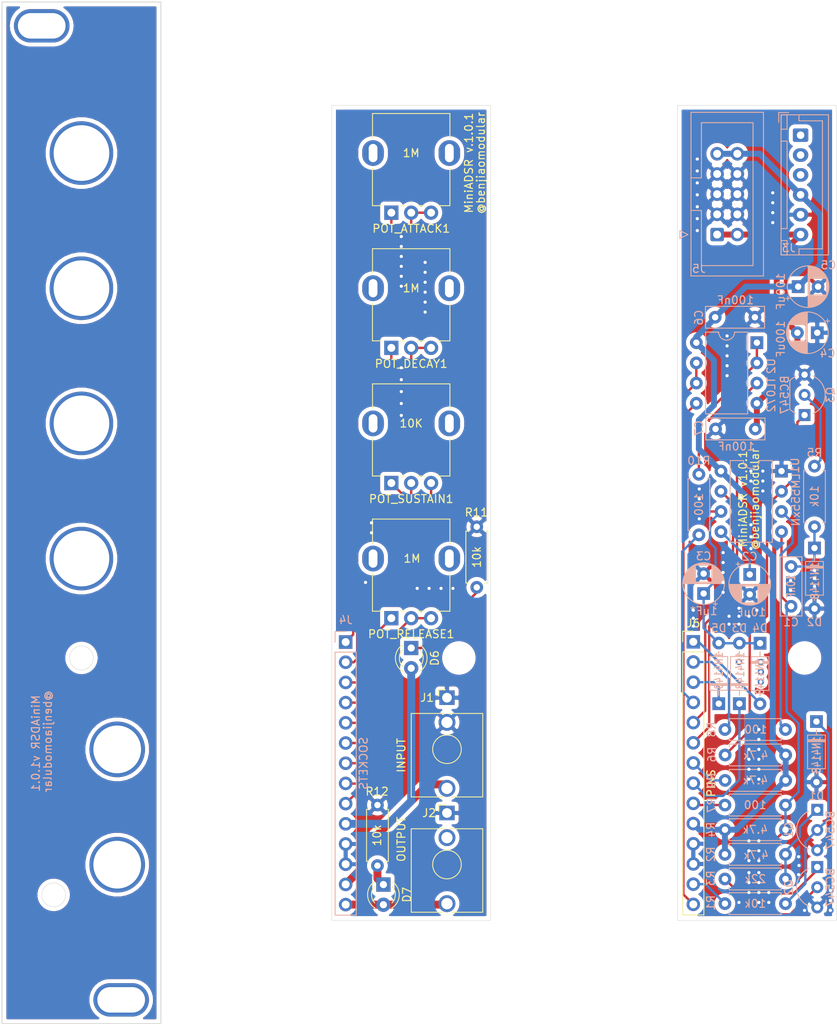
<source format=kicad_pcb>
(kicad_pcb (version 20171130) (host pcbnew 5.1.9+dfsg1-1~bpo10+1)
  (layers (0 F.Cu signal) (31 B.Cu signal) (34 B.Paste user hide) (35 F.Paste user hide) (36 B.SilkS user) (37 F.SilkS user) (38 B.Mask user) (39 F.Mask user) (44 Edge.Cuts user))
  (net 0 "")
  (net 1 "Net-(C1-Pad1)")
  (net 2 "Net-(C1-Pad2)")
  (net 3 "Net-(C2-Pad1)")
  (net 4 GND2)
  (net 5 "Net-(C3-Pad1)")
  (net 6 +12V)
  (net 7 -12V)
  (net 8 "Net-(D1-Pad1)")
  (net 9 "Net-(Q1-Pad1)")
  (net 10 "Net-(Q2-Pad2)")
  (net 11 "Net-(Q3-Pad2)")
  (net 12 "Net-(Q3-Pad1)")
  (net 13 "Net-(R8-Pad1)")
  (net 14 "Net-(R10-Pad1)")
  (net 15 "Net-(D6-Pad1)")
  (net 16 "Net-(D7-Pad1)")
  (net 17 B4)
  (net 18 B5)
  (net 19 A_VCC)
  (net 20 A2)
  (net 21 GND1)
  (net 22 A1)
  (net 23 A3)
  (net 24 A4)
  (net 25 A5)
  (net 26 A6)
  (net 27 A7)
  (net 28 A8)
  (net 29 A9)
  (net 30 B1)
  (net 31 B2)
  (net 32 B3)
  (net 33 B6)
  (net 34 B7)
  (net 35 B8)
  (net 36 B9)
  (net 37 A10)
  (net 38 B10)
  (net 39 A11)
  (net 40 B11)
  (module Connector_IDC:IDC-Header_2x05_P2.54mm_Vertical (layer B.Cu) (at 140 69.25)
    (fp_text reference J5 (at -2.3 4.3) (layer B.SilkS) (effects (justify mirror)))
    (fp_text value IDC_BUS)
    (pad 1 thru_hole roundrect (at 0 0) (size 1.7 1.7) (drill 1) (layers *.Cu *.Mask) (roundrect_rratio 0.1470588235294118) (net 7 -12V))
    (pad 3 thru_hole circle (at 0 -2.54) (size 1.7 1.7) (drill 1) (layers *.Cu *.Mask) (net 4 GND2))
    (pad 5 thru_hole circle (at 0 -5.08) (size 1.7 1.7) (drill 1) (layers *.Cu *.Mask) (net 4 GND2))
    (pad 7 thru_hole circle (at 0 -7.62) (size 1.7 1.7) (drill 1) (layers *.Cu *.Mask) (net 4 GND2))
    (pad 9 thru_hole circle (at 0 -10.16) (size 1.7 1.7) (drill 1) (layers *.Cu *.Mask) (net 6 +12V))
    (pad 2 thru_hole circle (at 2.54 0) (size 1.7 1.7) (drill 1) (layers *.Cu *.Mask) (net 7 -12V))
    (pad 4 thru_hole circle (at 2.54 -2.54) (size 1.7 1.7) (drill 1) (layers *.Cu *.Mask) (net 4 GND2))
    (pad 6 thru_hole circle (at 2.54 -5.08) (size 1.7 1.7) (drill 1) (layers *.Cu *.Mask) (net 4 GND2))
    (pad 8 thru_hole circle (at 2.54 -7.62) (size 1.7 1.7) (drill 1) (layers *.Cu *.Mask) (net 4 GND2))
    (pad 10 thru_hole circle (at 2.54 -10.16) (size 1.7 1.7) (drill 1) (layers *.Cu *.Mask) (net 6 +12V))
  )
  (module Connector_JST:JST_XH_B6B-XH-A_1x06_P2.50mm_Vertical (layer B.Cu) (at 150.5 56.75 270)
    (fp_text reference J3 (at 14.2 1.5) (layer B.SilkS) (effects (justify mirror)))
    (fp_text value JST_BUS)
    (pad 1 thru_hole roundrect (at 0 0 270) (size 1.7 1.95) (drill 0.95) (layers *.Cu *.Mask) (roundrect_rratio 0.1470588235294118))
    (pad 2 thru_hole oval (at 2.5 0 270) (size 1.7 1.95) (drill 0.95) (layers *.Cu *.Mask))
    (pad 3 thru_hole oval (at 5 0 270) (size 1.7 1.95) (drill 0.95) (layers *.Cu *.Mask))
    (pad 4 thru_hole oval (at 7.5 0 270) (size 1.7 1.95) (drill 0.95) (layers *.Cu *.Mask) (net 6 +12V))
    (pad 5 thru_hole oval (at 10 0 270) (size 1.7 1.95) (drill 0.95) (layers *.Cu *.Mask) (net 4 GND2))
    (pad 6 thru_hole oval (at 12.5 0 270) (size 1.7 1.95) (drill 0.95) (layers *.Cu *.Mask) (net 7 -12V))
  )
  (module Resistor_THT:R_Axial_DIN0207_L6.3mm_D2.5mm_P7.62mm_Horizontal (layer B.Cu) (at 148.6 141 180)
    (fp_text reference R7 (at 9.3 0 270) (layer B.SilkS) (effects (justify mirror)))
    (fp_text value 100 (at 3.81 0) (layer B.SilkS) (effects (justify mirror)))
    (pad 1 thru_hole circle (at 0 0 180) (size 1.6 1.6) (drill 0.8) (layers *.Cu *.Mask) (net 2 "Net-(C1-Pad2)"))
    (pad 2 thru_hole oval (at 7.62 0 180) (size 1.6 1.6) (drill 0.8) (layers *.Cu *.Mask) (net 40 B11))
  )
  (module benjiaomodular:PanelHole_AudioJack_3.5mm (layer F.Cu) (at 64.5 127.5)
    (fp_text reference REF** hide)
    (fp_text value PanelHole_AudioJack_3.5mm hide)
    (pad "" thru_hole circle (at 0 6.5 180) (size 7 7) (drill 6) (layers *.Cu *.Mask))
  )
  (module Capacitor_THT:C_Rect_L7.2mm_W2.5mm_P5.00mm_FKS2_FKP2_MKS2_MKP2 (layer B.Cu) (at 149.3 111 270)
    (fp_text reference C1 (at 7 0 180) (layer B.SilkS) (effects (justify mirror)))
    (fp_text value 10nF (at 2.5 0 90) (layer B.SilkS) (effects (font (size 1 0.8)) (justify mirror)))
    (pad 1 thru_hole circle (at 0 0 270) (size 1.6 1.6) (drill 0.8) (layers *.Cu *.Mask) (net 1 "Net-(C1-Pad1)"))
    (pad 2 thru_hole circle (at 5 0 270) (size 1.6 1.6) (drill 0.8) (layers *.Cu *.Mask) (net 2 "Net-(C1-Pad2)"))
  )
  (module Diode_THT:D_DO-35_SOD27_P7.62mm_Horizontal (layer B.Cu) (at 152.5 130.5 270)
    (fp_text reference D1 (at 9.35 0 180) (layer B.SilkS) (effects (justify mirror)))
    (fp_text value 1N4148 (at 4.2 0 270) (layer B.SilkS) (effects (font (size 1 0.8)) (justify mirror)))
    (pad 2 thru_hole oval (at 7.62 0 270) (size 1.6 1.6) (drill 0.8) (layers *.Cu *.Mask) (net 4 GND2))
    (pad 1 thru_hole rect (at 0 0 270) (size 1.6 1.6) (drill 0.8) (layers *.Cu *.Mask) (net 8 "Net-(D1-Pad1)"))
  )
  (module Resistor_THT:R_Axial_DIN0207_L6.3mm_D2.5mm_P7.62mm_Horizontal (layer B.Cu) (at 152.25 106 90)
    (fp_text reference R5 (at 9.3 0 180) (layer B.SilkS) (effects (justify mirror)))
    (fp_text value 10k (at 3.81 0 90) (layer B.SilkS) (effects (justify mirror)))
    (pad 1 thru_hole circle (at 0 0 90) (size 1.6 1.6) (drill 0.8) (layers *.Cu *.Mask) (net 1 "Net-(C1-Pad1)"))
    (pad 2 thru_hole oval (at 7.62 0 90) (size 1.6 1.6) (drill 0.8) (layers *.Cu *.Mask) (net 11 "Net-(Q3-Pad2)"))
  )
  (module Diode_THT:D_DO-35_SOD27_P7.62mm_Horizontal (layer B.Cu) (at 152.25 108.675 270)
    (fp_text reference D2 (at 9.3 0 180) (layer B.SilkS) (effects (justify mirror)))
    (fp_text value 1N4148 (at 4.125 -0.05 270) (layer B.SilkS) (effects (font (size 1 0.8)) (justify mirror)))
    (pad 1 thru_hole rect (at 0 0 270) (size 1.6 1.6) (drill 0.8) (layers *.Cu *.Mask) (net 1 "Net-(C1-Pad1)"))
    (pad 2 thru_hole oval (at 7.62 0 270) (size 1.6 1.6) (drill 0.8) (layers *.Cu *.Mask) (net 4 GND2))
  )
  (module Package_DIP:DIP-8_W7.62mm (layer B.Cu) (at 148.1 99 180)
    (fp_text reference U1 (at -1.7 0.7 90) (layer B.SilkS) (effects (justify mirror)))
    (fp_text value LM555xN (at -1.8 -3.6 90) (layer B.SilkS) (effects (justify mirror)))
    (pad 1 thru_hole rect (at 0 0 180) (size 1.6 1.6) (drill 0.8) (layers *.Cu *.Mask) (net 4 GND2))
    (pad 5 thru_hole oval (at 7.62 -7.62 180) (size 1.6 1.6) (drill 0.8) (layers *.Cu *.Mask) (net 3 "Net-(C2-Pad1)"))
    (pad 2 thru_hole oval (at 0 -2.54 180) (size 1.6 1.6) (drill 0.8) (layers *.Cu *.Mask) (net 12 "Net-(Q3-Pad1)"))
    (pad 6 thru_hole oval (at 7.62 -5.08 180) (size 1.6 1.6) (drill 0.8) (layers *.Cu *.Mask) (net 5 "Net-(C3-Pad1)"))
    (pad 3 thru_hole oval (at 0 -5.08 180) (size 1.6 1.6) (drill 0.8) (layers *.Cu *.Mask) (net 13 "Net-(R8-Pad1)"))
    (pad 7 thru_hole oval (at 7.62 -2.54 180) (size 1.6 1.6) (drill 0.8) (layers *.Cu *.Mask) (net 34 B7))
    (pad 4 thru_hole oval (at 0 -7.62 180) (size 1.6 1.6) (drill 0.8) (layers *.Cu *.Mask) (net 2 "Net-(C1-Pad2)"))
    (pad 8 thru_hole oval (at 7.62 0 180) (size 1.6 1.6) (drill 0.8) (layers *.Cu *.Mask) (net 6 +12V))
  )
  (module Capacitor_THT:CP_Radial_D5.0mm_P2.50mm (layer B.Cu) (at 144.1 112 270)
    (fp_text reference C2 (at -2.25 0 180) (layer B.SilkS) (effects (justify mirror)))
    (fp_text value 10uF (at 4.75 -0.2 180) (layer B.SilkS) (effects (justify mirror)))
    (pad 2 thru_hole circle (at 2.5 0 270) (size 1.6 1.6) (drill 0.8) (layers *.Cu *.Mask) (net 4 GND2))
    (pad 1 thru_hole rect (at 0 0 270) (size 1.6 1.6) (drill 0.8) (layers *.Cu *.Mask) (net 3 "Net-(C2-Pad1)"))
  )
  (module Connector_PinHeader_2.54mm:PinHeader_1x14_P2.54mm_Vertical (layer F.Cu) (at 137 120.47)
    (fp_text reference J6 (at 0 -2.33) (layer F.SilkS))
    (fp_text value MainBoard_Pins)
    (pad 1 thru_hole rect (at 0 0) (size 1.7 1.7) (drill 1) (layers *.Cu *.Mask) (net 32 B3))
    (pad 2 thru_hole oval (at 0 2.54) (size 1.7 1.7) (drill 1) (layers *.Cu *.Mask) (net 17 B4))
    (pad 3 thru_hole oval (at 0 5.08) (size 1.7 1.7) (drill 1) (layers *.Cu *.Mask) (net 18 B5))
    (pad 4 thru_hole oval (at 0 7.62) (size 1.7 1.7) (drill 1) (layers *.Cu *.Mask) (net 33 B6))
    (pad 5 thru_hole oval (at 0 10.16) (size 1.7 1.7) (drill 1) (layers *.Cu *.Mask) (net 34 B7))
    (pad 6 thru_hole oval (at 0 12.7) (size 1.7 1.7) (drill 1) (layers *.Cu *.Mask) (net 35 B8))
    (pad 7 thru_hole oval (at 0 15.24) (size 1.7 1.7) (drill 1) (layers *.Cu *.Mask) (net 36 B9))
    (pad 8 thru_hole oval (at 0 17.78) (size 1.7 1.7) (drill 1) (layers *.Cu *.Mask) (net 38 B10))
    (pad 9 thru_hole oval (at 0 20.32) (size 1.7 1.7) (drill 1) (layers *.Cu *.Mask) (net 40 B11))
    (pad 10 thru_hole oval (at 0 22.86) (size 1.7 1.7) (drill 1) (layers *.Cu *.Mask) (net 6 +12V))
    (pad 11 thru_hole oval (at 0 25.4) (size 1.7 1.7) (drill 1) (layers *.Cu *.Mask) (net 4 GND2))
    (pad 12 thru_hole oval (at 0 27.94) (size 1.7 1.7) (drill 1) (layers *.Cu *.Mask) (net 4 GND2))
    (pad 13 thru_hole oval (at 0 30.48) (size 1.7 1.7) (drill 1) (layers *.Cu *.Mask) (net 30 B1))
    (pad 14 thru_hole oval (at 0 33.02) (size 1.7 1.7) (drill 1) (layers *.Cu *.Mask) (net 31 B2))
  )
  (module Resistor_THT:R_Axial_DIN0207_L6.3mm_D2.5mm_P7.62mm_Horizontal (layer B.Cu) (at 148.6 150.3 180)
    (fp_text reference R3 (at 9.4 0.1 270) (layer B.SilkS) (effects (justify mirror)))
    (fp_text value 22k (at 3.8 0) (layer B.SilkS) (effects (justify mirror)))
    (pad 1 thru_hole circle (at 0 0 180) (size 1.6 1.6) (drill 0.8) (layers *.Cu *.Mask) (net 9 "Net-(Q1-Pad1)"))
    (pad 2 thru_hole oval (at 7.62 0 180) (size 1.6 1.6) (drill 0.8) (layers *.Cu *.Mask) (net 10 "Net-(Q2-Pad2)"))
  )
  (module Resistor_THT:R_Axial_DIN0207_L6.3mm_D2.5mm_P7.62mm_Horizontal (layer B.Cu) (at 148.6 153.4 180)
    (fp_text reference R1 (at 9.4 0.1 270) (layer B.SilkS) (effects (justify mirror)))
    (fp_text value 10k (at 3.8 0) (layer B.SilkS) (effects (justify mirror)))
    (pad 1 thru_hole circle (at 0 0 180) (size 1.6 1.6) (drill 0.8) (layers *.Cu *.Mask) (net 8 "Net-(D1-Pad1)"))
    (pad 2 thru_hole oval (at 7.62 0 180) (size 1.6 1.6) (drill 0.8) (layers *.Cu *.Mask) (net 30 B1))
  )
  (module Resistor_THT:R_Axial_DIN0207_L6.3mm_D2.5mm_P7.62mm_Horizontal (layer B.Cu) (at 141 137.9)
    (fp_text reference R9 (at -1.7 0 270) (layer B.SilkS) (effects (justify mirror)))
    (fp_text value 4.7k (at 3.81 0) (layer B.SilkS) (effects (justify mirror)))
    (pad 2 thru_hole oval (at 7.62 0) (size 1.6 1.6) (drill 0.8) (layers *.Cu *.Mask) (net 6 +12V))
    (pad 1 thru_hole circle (at 0 0) (size 1.6 1.6) (drill 0.8) (layers *.Cu *.Mask) (net 36 B9))
  )
  (module MountingHole:MountingHole_3.2mm_M3 (layer F.Cu) (at 151 122.5)
    (fp_text reference REF** hide)
    (fp_text value MountingHole_3.2mm_M3)
    (pad 1 np_thru_hole circle (at 0 0) (size 3.2 3.2) (drill 3.2) (layers *.Cu *.Mask))
  )
  (module benjiaomodular:Potentiometer_RV09 (layer F.Cu) (at 99 117.5 90)
    (fp_text reference POT_RELEASE1 (at -2 2.5 180) (layer F.SilkS))
    (fp_text value 1M (at 7.5 2.6 180) (layer F.SilkS))
    (pad 1 thru_hole rect (at 0 0 180) (size 1.8 1.8) (drill 1) (layers *.Cu *.Mask) (net 37 A10))
    (pad 3 thru_hole circle (at 0 5 180) (size 1.8 1.8) (drill 1) (layers *.Cu *.Mask) (net 39 A11))
    (pad 2 thru_hole circle (at 0 2.5 180) (size 1.8 1.8) (drill 1) (layers *.Cu *.Mask) (net 39 A11))
    (pad "" thru_hole oval (at 7.5 7.3 180) (size 2.72 3.24) (drill oval 1.1 2.3) (layers *.Cu *.Mask))
    (pad "" thru_hole oval (at 7.5 -2.3 180) (size 2.72 3.24) (drill oval 1.1 2.3) (layers *.Cu *.Mask))
  )
  (module MountingHole:MountingHole_3.2mm_M3 (layer F.Cu) (at 107.5 122.5)
    (fp_text reference REF** hide)
    (fp_text value MountingHole_3.2mm_M3)
    (pad 1 np_thru_hole circle (at 0 0) (size 3.2 3.2) (drill 3.2) (layers *.Cu *.Mask))
  )
  (module benjiaomodular:AudioJack_3.5mm (layer F.Cu) (at 106 127.5)
    (fp_text reference J1 (at -2.5 0) (layer F.SilkS))
    (fp_text value INPUT (at -5.75 7.25 90) (layer F.SilkS))
    (pad S thru_hole rect (at 0 0 180) (size 1.93 1.83) (drill 1.22) (layers *.Cu *.Mask) (net 21 GND1))
    (pad TN thru_hole circle (at 0 3.1 180) (size 2.13 2.13) (drill 1.42) (layers *.Cu *.Mask) (net 21 GND1))
    (pad T thru_hole circle (at 0 11.4 180) (size 2.13 2.13) (drill 1.43) (layers *.Cu *.Mask) (net 22 A1))
  )
  (module Resistor_THT:R_Axial_DIN0207_L6.3mm_D2.5mm_P7.62mm_Horizontal (layer F.Cu) (at 97.25 141 270)
    (fp_text reference R12 (at -1.7 0.05 180) (layer F.SilkS))
    (fp_text value 10k (at 3.8 0.05 90) (layer F.SilkS))
    (pad 1 thru_hole circle (at 0 0 270) (size 1.6 1.6) (drill 0.8) (layers *.Cu *.Mask) (net 21 GND1))
    (pad 2 thru_hole oval (at 7.62 0 270) (size 1.6 1.6) (drill 0.8) (layers *.Cu *.Mask) (net 16 "Net-(D7-Pad1)"))
  )
  (module Resistor_THT:R_Axial_DIN0207_L6.3mm_D2.5mm_P7.62mm_Horizontal (layer F.Cu) (at 109.75 106 270)
    (fp_text reference R11 (at -1.8 0.05 180) (layer F.SilkS))
    (fp_text value 10k (at 3.81 0 90) (layer F.SilkS))
    (pad 2 thru_hole oval (at 7.62 0 270) (size 1.6 1.6) (drill 0.8) (layers *.Cu *.Mask) (net 15 "Net-(D6-Pad1)"))
    (pad 1 thru_hole circle (at 0 0 270) (size 1.6 1.6) (drill 0.8) (layers *.Cu *.Mask) (net 21 GND1))
  )
  (module Resistor_THT:R_Axial_DIN0207_L6.3mm_D2.5mm_P7.62mm_Horizontal (layer B.Cu) (at 137.7 99.4 270)
    (fp_text reference R10 (at -1.7 0 180) (layer B.SilkS) (effects (justify mirror)))
    (fp_text value 100 (at 3.8 0 90) (layer B.SilkS) (effects (justify mirror)))
    (pad 2 thru_hole oval (at 7.62 0 270) (size 1.6 1.6) (drill 0.8) (layers *.Cu *.Mask) (net 33 B6))
    (pad 1 thru_hole circle (at 0 0 270) (size 1.6 1.6) (drill 0.8) (layers *.Cu *.Mask) (net 14 "Net-(R10-Pad1)"))
  )
  (module Resistor_THT:R_Axial_DIN0207_L6.3mm_D2.5mm_P7.62mm_Horizontal (layer B.Cu) (at 148.6 131.5 180)
    (fp_text reference R8 (at 9.3 0 270) (layer B.SilkS) (effects (justify mirror)))
    (fp_text value 100 (at 3.75 0) (layer B.SilkS) (effects (justify mirror)))
    (pad 1 thru_hole circle (at 0 0 180) (size 1.6 1.6) (drill 0.8) (layers *.Cu *.Mask) (net 13 "Net-(R8-Pad1)"))
    (pad 2 thru_hole oval (at 7.62 0 180) (size 1.6 1.6) (drill 0.8) (layers *.Cu *.Mask) (net 17 B4))
  )
  (module Resistor_THT:R_Axial_DIN0207_L6.3mm_D2.5mm_P7.62mm_Horizontal (layer B.Cu) (at 141 134.7)
    (fp_text reference R6 (at -1.65 -0.05 270) (layer B.SilkS) (effects (justify mirror)))
    (fp_text value 4.7k (at 3.85 0.05) (layer B.SilkS) (effects (justify mirror)))
    (pad 2 thru_hole oval (at 7.62 0) (size 1.6 1.6) (drill 0.8) (layers *.Cu *.Mask) (net 6 +12V))
    (pad 1 thru_hole circle (at 0 0) (size 1.6 1.6) (drill 0.8) (layers *.Cu *.Mask) (net 12 "Net-(Q3-Pad1)"))
  )
  (module Resistor_THT:R_Axial_DIN0207_L6.3mm_D2.5mm_P7.62mm_Horizontal (layer B.Cu) (at 148.6 144.1 180)
    (fp_text reference R4 (at 9.4 0 270) (layer B.SilkS) (effects (justify mirror)))
    (fp_text value 4.7k (at 3.81 0) (layer B.SilkS) (effects (justify mirror)))
    (pad 2 thru_hole oval (at 7.62 0 180) (size 1.6 1.6) (drill 0.8) (layers *.Cu *.Mask) (net 6 +12V))
    (pad 1 thru_hole circle (at 0 0 180) (size 1.6 1.6) (drill 0.8) (layers *.Cu *.Mask) (net 2 "Net-(C1-Pad2)"))
  )
  (module Resistor_THT:R_Axial_DIN0207_L6.3mm_D2.5mm_P7.62mm_Horizontal (layer B.Cu) (at 148.6 147.2 180)
    (fp_text reference R2 (at 9.4 0 270) (layer B.SilkS) (effects (justify mirror)))
    (fp_text value 4.7k (at 3.7 -0.1) (layer B.SilkS) (effects (justify mirror)))
    (pad 2 thru_hole oval (at 7.62 0 180) (size 1.6 1.6) (drill 0.8) (layers *.Cu *.Mask) (net 6 +12V))
    (pad 1 thru_hole circle (at 0 0 180) (size 1.6 1.6) (drill 0.8) (layers *.Cu *.Mask) (net 9 "Net-(Q1-Pad1)"))
  )
  (module benjiaomodular:PanelHole_Potentiometer_RV09 (layer F.Cu) (at 57.5 117.5 90)
    (fp_text reference REF** hide)
    (fp_text value PanelHole_Potentiometer_RV09 hide)
    (pad "" thru_hole circle (at 7.5 2.5 180) (size 8 8) (drill 7) (layers *.Cu *.Mask))
  )
  (module benjiaomodular:PanelHole_Potentiometer_RV09 (layer F.Cu) (at 57.5 100.5 90)
    (fp_text reference REF** hide)
    (fp_text value PanelHole_Potentiometer_RV09 hide)
    (pad "" thru_hole circle (at 7.5 2.5 180) (size 8 8) (drill 7) (layers *.Cu *.Mask))
  )
  (module benjiaomodular:PanelHole_Potentiometer_RV09 (layer F.Cu) (at 57.5 83.5 90)
    (fp_text reference REF** hide)
    (fp_text value PanelHole_Potentiometer_RV09 hide)
    (pad "" thru_hole circle (at 7.5 2.5 180) (size 8 8) (drill 7) (layers *.Cu *.Mask))
  )
  (module benjiaomodular:PanelHole_Potentiometer_RV09 (layer F.Cu) (at 57.5 66.5 90)
    (fp_text reference REF** hide)
    (fp_text value PanelHole_Potentiometer_RV09 hide)
    (pad "" thru_hole circle (at 7.5 2.5 180) (size 8 8) (drill 7) (layers *.Cu *.Mask))
  )
  (module benjiaomodular:Panel_4HP (layer F.Cu) (at 50 40)
    (fp_text reference REF** hide)
    (fp_text value Panel_4HP)
    (pad 1 thru_hole oval (at 15 125.5) (size 7 4.2) (drill oval 6 3.2) (layers *.Cu *.Mask))
    (pad 1 thru_hole oval (at 5 3) (size 7 4.2) (drill oval 6 3.2) (layers *.Cu *.Mask))
  )
  (module benjiaomodular:PanelHole_AudioJack_3.5mm (layer F.Cu) (at 64.5 142)
    (fp_text reference REF** hide)
    (fp_text value PanelHole_AudioJack_3.5mm hide)
    (pad "" thru_hole circle (at 0 6.5 180) (size 7 7) (drill 6) (layers *.Cu *.Mask))
  )
  (module Capacitor_THT:CP_Radial_D5.0mm_P2.50mm (layer B.Cu) (at 138.3 114.4 90)
    (fp_text reference C3 (at 4.7 0 180) (layer B.SilkS) (effects (justify mirror)))
    (fp_text value 1uF* (at -2.2 0 180) (layer B.SilkS) (effects (justify mirror)))
    (pad 1 thru_hole rect (at 0 0 90) (size 1.6 1.6) (drill 0.8) (layers *.Cu *.Mask) (net 5 "Net-(C3-Pad1)"))
    (pad 2 thru_hole circle (at 2.5 0 90) (size 1.6 1.6) (drill 0.8) (layers *.Cu *.Mask) (net 4 GND2))
  )
  (module Capacitor_THT:CP_Radial_D5.0mm_P2.50mm (layer B.Cu) (at 150.2 75.8)
    (fp_text reference C4 (at 3.7 8.4 180) (layer B.SilkS) (effects (justify mirror)))
    (fp_text value 100uF (at -2.2 0.6 90) (layer B.SilkS) (effects (justify mirror)))
    (pad 2 thru_hole circle (at 2.5 0) (size 1.6 1.6) (drill 0.8) (layers *.Cu *.Mask) (net 4 GND2))
    (pad 1 thru_hole rect (at 0 0) (size 1.6 1.6) (drill 0.8) (layers *.Cu *.Mask) (net 6 +12V))
  )
  (module Capacitor_THT:CP_Radial_D5.0mm_P2.50mm (layer B.Cu) (at 152.6 81.6 180)
    (fp_text reference C5 (at -1.4 8.5 180) (layer B.SilkS) (effects (justify mirror)))
    (fp_text value 100uF (at 4.6 -0.8 90) (layer B.SilkS) (effects (justify mirror)))
    (pad 1 thru_hole rect (at 0 0 180) (size 1.6 1.6) (drill 0.8) (layers *.Cu *.Mask) (net 4 GND2))
    (pad 2 thru_hole circle (at 2.5 0 180) (size 1.6 1.6) (drill 0.8) (layers *.Cu *.Mask) (net 7 -12V))
  )
  (module Capacitor_THT:C_Rect_L7.2mm_W2.5mm_P5.00mm_FKS2_FKP2_MKS2_MKP2 (layer B.Cu) (at 139.75 79.65)
    (fp_text reference C6 (at -2.05 0.05 90) (layer B.SilkS) (effects (justify mirror)))
    (fp_text value 100nF (at 2.55 -2.15) (layer B.SilkS) (effects (justify mirror)))
    (pad 2 thru_hole circle (at 5 0) (size 1.6 1.6) (drill 0.8) (layers *.Cu *.Mask) (net 4 GND2))
    (pad 1 thru_hole circle (at 0 0) (size 1.6 1.6) (drill 0.8) (layers *.Cu *.Mask) (net 6 +12V))
  )
  (module Capacitor_THT:C_Rect_L7.2mm_W2.5mm_P5.00mm_FKS2_FKP2_MKS2_MKP2 (layer B.Cu) (at 139.8 93.7)
    (fp_text reference C7 (at -2.1 -0.1 90) (layer B.SilkS) (effects (justify mirror)))
    (fp_text value 100nF (at 2.6 2.2) (layer B.SilkS) (effects (justify mirror)))
    (pad 1 thru_hole circle (at 0 0) (size 1.6 1.6) (drill 0.8) (layers *.Cu *.Mask) (net 4 GND2))
    (pad 2 thru_hole circle (at 5 0) (size 1.6 1.6) (drill 0.8) (layers *.Cu *.Mask) (net 7 -12V))
  )
  (module Diode_THT:D_DO-35_SOD27_P7.62mm_Horizontal (layer B.Cu) (at 142.8 128.25 90)
    (fp_text reference D3 (at 9.5 0) (layer B.SilkS) (effects (justify mirror)))
    (fp_text value 1N4148 (at 4.15 0.1 90) (layer B.SilkS) (effects (font (size 1 0.8)) (justify mirror)))
    (pad 2 thru_hole oval (at 7.62 0 90) (size 1.6 1.6) (drill 0.8) (layers *.Cu *.Mask) (net 5 "Net-(C3-Pad1)"))
    (pad 1 thru_hole rect (at 0 0 90) (size 1.6 1.6) (drill 0.8) (layers *.Cu *.Mask) (net 38 B10))
  )
  (module Diode_THT:D_DO-35_SOD27_P7.62mm_Horizontal (layer B.Cu) (at 145.4 120.65 270)
    (fp_text reference D4 (at -1.9 0 180) (layer B.SilkS) (effects (justify mirror)))
    (fp_text value 1N4148 (at 4.15 0 90) (layer B.SilkS) (effects (font (size 1 0.8)) (justify mirror)))
    (pad 1 thru_hole rect (at 0 0 270) (size 1.6 1.6) (drill 0.8) (layers *.Cu *.Mask) (net 5 "Net-(C3-Pad1)"))
    (pad 2 thru_hole oval (at 7.62 0 270) (size 1.6 1.6) (drill 0.8) (layers *.Cu *.Mask) (net 32 B3))
  )
  (module Diode_THT:D_DO-35_SOD27_P7.62mm_Horizontal (layer B.Cu) (at 140.2 128.25 90)
    (fp_text reference D5 (at 9.5 0 180) (layer B.SilkS) (effects (justify mirror)))
    (fp_text value 1N4148 (at 4.15 0 90) (layer B.SilkS) (effects (font (size 1 0.8)) (justify mirror)))
    (pad 1 thru_hole rect (at 0 0 90) (size 1.6 1.6) (drill 0.8) (layers *.Cu *.Mask) (net 18 B5))
    (pad 2 thru_hole oval (at 7.62 0 90) (size 1.6 1.6) (drill 0.8) (layers *.Cu *.Mask) (net 5 "Net-(C3-Pad1)"))
  )
  (module benjiaomodular:Potentiometer_RV09 (layer F.Cu) (at 99 66.5 90)
    (fp_text reference POT_ATTACK1 (at -2 2.5) (layer F.SilkS))
    (fp_text value 1M (at 7.5 2.5 180) (layer F.SilkS))
    (pad "" thru_hole oval (at 7.5 -2.3 180) (size 2.72 3.24) (drill oval 1.1 2.3) (layers *.Cu *.Mask))
    (pad "" thru_hole oval (at 7.5 7.3 180) (size 2.72 3.24) (drill oval 1.1 2.3) (layers *.Cu *.Mask))
    (pad 2 thru_hole circle (at 0 2.5 180) (size 1.8 1.8) (drill 1) (layers *.Cu *.Mask) (net 24 A4))
    (pad 3 thru_hole circle (at 0 5 180) (size 1.8 1.8) (drill 1) (layers *.Cu *.Mask) (net 24 A4))
    (pad 1 thru_hole rect (at 0 0 180) (size 1.8 1.8) (drill 1) (layers *.Cu *.Mask) (net 23 A3))
  )
  (module benjiaomodular:Potentiometer_RV09 (layer F.Cu) (at 99 83.5 90)
    (fp_text reference POT_DECAY1 (at -2 2.5) (layer F.SilkS))
    (fp_text value 1M (at 7.5 2.5) (layer F.SilkS))
    (pad "" thru_hole oval (at 7.5 -2.3 180) (size 2.72 3.24) (drill oval 1.1 2.3) (layers *.Cu *.Mask))
    (pad "" thru_hole oval (at 7.5 7.3 180) (size 2.72 3.24) (drill oval 1.1 2.3) (layers *.Cu *.Mask))
    (pad 2 thru_hole circle (at 0 2.5 180) (size 1.8 1.8) (drill 1) (layers *.Cu *.Mask) (net 26 A6))
    (pad 3 thru_hole circle (at 0 5 180) (size 1.8 1.8) (drill 1) (layers *.Cu *.Mask) (net 26 A6))
    (pad 1 thru_hole rect (at 0 0 180) (size 1.8 1.8) (drill 1) (layers *.Cu *.Mask) (net 25 A5))
  )
  (module benjiaomodular:Potentiometer_RV09 (layer F.Cu) (at 99 100.5 90)
    (fp_text reference POT_SUSTAIN1 (at -2 2.5 180) (layer F.SilkS))
    (fp_text value 10K (at 7.5 2.5) (layer F.SilkS))
    (pad 1 thru_hole rect (at 0 0 180) (size 1.8 1.8) (drill 1) (layers *.Cu *.Mask) (net 27 A7))
    (pad 3 thru_hole circle (at 0 5 180) (size 1.8 1.8) (drill 1) (layers *.Cu *.Mask) (net 29 A9))
    (pad 2 thru_hole circle (at 0 2.5 180) (size 1.8 1.8) (drill 1) (layers *.Cu *.Mask) (net 28 A8))
    (pad "" thru_hole oval (at 7.5 7.3 180) (size 2.72 3.24) (drill oval 1.1 2.3) (layers *.Cu *.Mask))
    (pad "" thru_hole oval (at 7.5 -2.3 180) (size 2.72 3.24) (drill oval 1.1 2.3) (layers *.Cu *.Mask))
  )
  (module Package_DIP:DIP-8_W7.62mm (layer B.Cu) (at 145 82.85 180)
    (fp_text reference U2 (at -1.8 -2.95 90) (layer B.SilkS) (effects (justify mirror)))
    (fp_text value TL072 (at -1.8 -6.55 90) (layer B.SilkS) (effects (justify mirror)))
    (pad 8 thru_hole oval (at 7.62 0 180) (size 1.6 1.6) (drill 0.8) (layers *.Cu *.Mask) (net 6 +12V))
    (pad 4 thru_hole oval (at 0 -7.62 180) (size 1.6 1.6) (drill 0.8) (layers *.Cu *.Mask) (net 7 -12V))
    (pad 7 thru_hole oval (at 7.62 -2.54 180) (size 1.6 1.6) (drill 0.8) (layers *.Cu *.Mask) (net 31 B2))
    (pad 3 thru_hole oval (at 0 -5.08 180) (size 1.6 1.6) (drill 0.8) (layers *.Cu *.Mask) (net 35 B8))
    (pad 6 thru_hole oval (at 7.62 -5.08 180) (size 1.6 1.6) (drill 0.8) (layers *.Cu *.Mask) (net 31 B2))
    (pad 2 thru_hole oval (at 0 -2.54 180) (size 1.6 1.6) (drill 0.8) (layers *.Cu *.Mask) (net 14 "Net-(R10-Pad1)"))
    (pad 5 thru_hole oval (at 7.62 -7.62 180) (size 1.6 1.6) (drill 0.8) (layers *.Cu *.Mask) (net 5 "Net-(C3-Pad1)"))
    (pad 1 thru_hole rect (at 0 0 180) (size 1.6 1.6) (drill 0.8) (layers *.Cu *.Mask) (net 14 "Net-(R10-Pad1)"))
  )
  (module LED_THT:LED_D3.0mm (layer F.Cu) (at 101.5 121.25 270)
    (fp_text reference D6 (at 1.27 -2.96 90) (layer F.SilkS))
    (fp_text value PWR_LED)
    (pad 2 thru_hole circle (at 2.54 0 270) (size 1.8 1.8) (drill 0.9) (layers *.Cu *.Mask) (net 19 A_VCC))
    (pad 1 thru_hole rect (at 0 0 270) (size 1.8 1.8) (drill 0.9) (layers *.Cu *.Mask) (net 15 "Net-(D6-Pad1)"))
  )
  (module LED_THT:LED_D3.0mm (layer F.Cu) (at 98 151 270)
    (fp_text reference D7 (at 1.27 -2.96 90) (layer F.SilkS))
    (fp_text value OUTPUT_LED)
    (pad 1 thru_hole rect (at 0 0 270) (size 1.8 1.8) (drill 0.9) (layers *.Cu *.Mask) (net 16 "Net-(D7-Pad1)"))
    (pad 2 thru_hole circle (at 2.54 0 270) (size 1.8 1.8) (drill 0.9) (layers *.Cu *.Mask) (net 20 A2))
  )
  (module benjiaomodular:AudioJack_3.5mm (layer F.Cu) (at 106 142)
    (fp_text reference J2 (at -2.25 0) (layer F.SilkS))
    (fp_text value OUTPUT (at -5.75 3.3 90) (layer F.SilkS))
    (pad S thru_hole rect (at 0 0 180) (size 1.93 1.83) (drill 1.22) (layers *.Cu *.Mask) (net 21 GND1))
    (pad TN thru_hole circle (at 0 3.1 180) (size 2.13 2.13) (drill 1.42) (layers *.Cu *.Mask))
    (pad T thru_hole circle (at 0 11.4 180) (size 2.13 2.13) (drill 1.43) (layers *.Cu *.Mask) (net 20 A2))
  )
  (module Connector_PinSocket_2.54mm:PinSocket_1x14_P2.54mm_Vertical (layer B.Cu) (at 93.25 120.5 180)
    (fp_text reference J4 (at 0 2.77) (layer B.SilkS) (effects (justify mirror)))
    (fp_text value ControlBoard_Pins)
    (pad 1 thru_hole rect (at 0 0 180) (size 1.7 1.7) (drill 1) (layers *.Cu *.Mask) (net 23 A3))
    (pad 2 thru_hole oval (at 0 -2.54 180) (size 1.7 1.7) (drill 1) (layers *.Cu *.Mask) (net 24 A4))
    (pad 3 thru_hole oval (at 0 -5.08 180) (size 1.7 1.7) (drill 1) (layers *.Cu *.Mask) (net 25 A5))
    (pad 4 thru_hole oval (at 0 -7.62 180) (size 1.7 1.7) (drill 1) (layers *.Cu *.Mask) (net 26 A6))
    (pad 5 thru_hole oval (at 0 -10.16 180) (size 1.7 1.7) (drill 1) (layers *.Cu *.Mask) (net 27 A7))
    (pad 6 thru_hole oval (at 0 -12.7 180) (size 1.7 1.7) (drill 1) (layers *.Cu *.Mask) (net 28 A8))
    (pad 7 thru_hole oval (at 0 -15.24 180) (size 1.7 1.7) (drill 1) (layers *.Cu *.Mask) (net 29 A9))
    (pad 8 thru_hole oval (at 0 -17.78 180) (size 1.7 1.7) (drill 1) (layers *.Cu *.Mask) (net 37 A10))
    (pad 9 thru_hole oval (at 0 -20.32 180) (size 1.7 1.7) (drill 1) (layers *.Cu *.Mask) (net 39 A11))
    (pad 10 thru_hole oval (at 0 -22.86 180) (size 1.7 1.7) (drill 1) (layers *.Cu *.Mask) (net 19 A_VCC))
    (pad 11 thru_hole oval (at 0 -25.4 180) (size 1.7 1.7) (drill 1) (layers *.Cu *.Mask) (net 21 GND1))
    (pad 12 thru_hole oval (at 0 -27.94 180) (size 1.7 1.7) (drill 1) (layers *.Cu *.Mask) (net 21 GND1))
    (pad 13 thru_hole oval (at 0 -30.48 180) (size 1.7 1.7) (drill 1) (layers *.Cu *.Mask) (net 22 A1))
    (pad 14 thru_hole oval (at 0 -33.02 180) (size 1.7 1.7) (drill 1) (layers *.Cu *.Mask) (net 20 A2))
  )
  (module Package_TO_SOT_THT:TO-92_Inline_Wide (layer B.Cu) (at 152.6 141.6 270)
    (fp_text reference Q1 (at 2.54 3.56 90) (layer B.SilkS) (effects (justify mirror)))
    (fp_text value BC547 (at 2.54 -1.65 90) (layer B.SilkS) (effects (justify mirror)))
    (pad 2 thru_hole circle (at 2.54 0 270) (size 1.5 1.5) (drill 0.8) (layers *.Cu *.Mask) (net 8 "Net-(D1-Pad1)"))
    (pad 3 thru_hole circle (at 5.08 0 270) (size 1.5 1.5) (drill 0.8) (layers *.Cu *.Mask) (net 4 GND2))
    (pad 1 thru_hole rect (at 0 0 270) (size 1.5 1.5) (drill 0.8) (layers *.Cu *.Mask) (net 9 "Net-(Q1-Pad1)"))
  )
  (module Package_TO_SOT_THT:TO-92_Inline_Wide (layer B.Cu) (at 152.6 148.8 270)
    (fp_text reference Q2 (at 2.54 3.56 90) (layer B.SilkS) (effects (justify mirror)))
    (fp_text value BC547 (at 2.54 -1.65 90) (layer B.SilkS) (effects (justify mirror)))
    (pad 1 thru_hole rect (at 0 0 270) (size 1.5 1.5) (drill 0.8) (layers *.Cu *.Mask) (net 2 "Net-(C1-Pad2)"))
    (pad 3 thru_hole circle (at 5.08 0 270) (size 1.5 1.5) (drill 0.8) (layers *.Cu *.Mask) (net 4 GND2))
    (pad 2 thru_hole circle (at 2.54 0 270) (size 1.5 1.5) (drill 0.8) (layers *.Cu *.Mask) (net 10 "Net-(Q2-Pad2)"))
  )
  (module Package_TO_SOT_THT:TO-92_Inline_Wide (layer B.Cu) (at 151 91.95 90)
    (fp_text reference Q3 (at 2.54 3.25 90) (layer B.SilkS) (effects (justify mirror)))
    (fp_text value BC547 (at 2.54 -2.5 90) (layer B.SilkS) (effects (justify mirror)))
    (pad 2 thru_hole circle (at 2.54 0 90) (size 1.5 1.5) (drill 0.8) (layers *.Cu *.Mask) (net 11 "Net-(Q3-Pad2)"))
    (pad 3 thru_hole circle (at 5.08 0 90) (size 1.5 1.5) (drill 0.8) (layers *.Cu *.Mask) (net 4 GND2))
    (pad 1 thru_hole rect (at 0 0 90) (size 1.5 1.5) (drill 0.8) (layers *.Cu *.Mask) (net 12 "Net-(Q3-Pad1)"))
  )
  (gr_text SOCKETS (at 95.5 135.75 90) (layer B.SilkS) (effects (font (size 1 1)) (justify mirror)))
  (gr_text PINS (at 139.25 138.25 90) (layer F.SilkS) (effects (font (size 1 1))))
  (gr_text @benjiaomodular (at 55.75 133 90) (layer B.SilkS) (effects (font (size 1 1)) (justify mirror)))
  (gr_text "MiniADSR v1.0.1" (at 54.25 133.25 90) (layer B.SilkS) (effects (font (size 1 1)) (justify mirror)))
  (gr_text "MiniADSR v.1.0.1" (at 108.75 60.25 90) (layer F.SilkS) (effects (font (size 1 1))))
  (gr_text "MiniADSR v1.0.1" (at 143.25 102.5 90) (layer F.SilkS) (effects (font (size 1 1))))
  (gr_text @benjiaomodular (at 144.75 102.5 90) (layer F.SilkS) (effects (font (size 1 1))))
  (gr_text @benjiaomodular (at 110.25 60.25 90) (layer F.SilkS) (effects (font (size 1 1))))
  (gr_circle (center 60 122.5) (end 61.5 122.5) (layer Edge.Cuts) (width 0.05))
  (gr_circle (center 56.5 152.3) (end 58 152.3) (layer Edge.Cuts) (width 0.05))
  (gr_line (start 135 155.5) (end 135 53) (layer Edge.Cuts) (width 0.05))
  (gr_line (start 155 155.5) (end 135 155.5) (layer Edge.Cuts) (width 0.05))
  (gr_line (start 155 53) (end 155 155.5) (layer Edge.Cuts) (width 0.05))
  (gr_line (start 135 53) (end 155 53) (layer Edge.Cuts) (width 0.05))
  (gr_line (start 91.5 155.5) (end 91.5 53) (layer Edge.Cuts) (width 0.05))
  (gr_line (start 111.5 155.5) (end 91.5 155.5) (layer Edge.Cuts) (width 0.05))
  (gr_line (start 111.5 53) (end 111.5 155.5) (layer Edge.Cuts) (width 0.05))
  (gr_line (start 91.5 53) (end 111.5 53) (layer Edge.Cuts) (width 0.05))
  (gr_line (start 70 40) (end 70 168.5) (layer Edge.Cuts) (width 0.1))
  (gr_line (start 50 40) (end 70 40) (layer Edge.Cuts) (width 0.1))
  (gr_line (start 50 168.5) (end 50 40) (layer Edge.Cuts) (width 0.1))
  (gr_line (start 70 168.5) (end 50 168.5) (layer Edge.Cuts) (width 0.1))
  (via (at 145.5 123) (size 0.8) (drill 0.4) (layers F.Cu B.Cu) (net 0))
  (via (at 145.5 124.25) (size 0.8) (drill 0.4) (layers F.Cu B.Cu) (net 0))
  (via (at 145.5 125.5) (size 0.8) (drill 0.4) (layers F.Cu B.Cu) (net 0))
  (via (at 142.75 123) (size 0.8) (drill 0.4) (layers F.Cu B.Cu) (net 0))
  (segment (start 152.25 106) (end 152.25 108.675) (width 0.3) (layer B.Cu) (net 1))
  (segment (start 151.25 111) (end 149.3 111) (width 0.3) (layer B.Cu) (net 1))
  (segment (start 152.25 108.675) (end 152.25 110) (width 0.3) (layer B.Cu) (net 1))
  (segment (start 152.25 110) (end 151.25 111) (width 0.3) (layer B.Cu) (net 1))
  (segment (start 147.15 151.15) (end 147.15 145.55) (width 0.3) (layer F.Cu) (net 2))
  (segment (start 148.1 152.1) (end 147.15 151.15) (width 0.3) (layer F.Cu) (net 2))
  (segment (start 147.15 145.55) (end 148.6 144.1) (width 0.3) (layer F.Cu) (net 2))
  (segment (start 149.65 152.1) (end 148.1 152.1) (width 0.3) (layer F.Cu) (net 2))
  (segment (start 152.6 148.8) (end 152.6 149.15) (width 0.3) (layer F.Cu) (net 2))
  (segment (start 152.6 149.15) (end 149.65 152.1) (width 0.3) (layer F.Cu) (net 2))
  (segment (start 148.1 114.8) (end 149.3 116) (width 0.3) (layer F.Cu) (net 2))
  (segment (start 148.1 106.62) (end 148.1 114.8) (width 0.3) (layer F.Cu) (net 2))
  (segment (start 150.25 139.35) (end 148.6 141) (width 0.3) (layer B.Cu) (net 2))
  (segment (start 150.25 130.75) (end 150.25 139.35) (width 0.3) (layer B.Cu) (net 2))
  (segment (start 148.6 141) (end 148.6 144.1) (width 0.3) (layer B.Cu) (net 2))
  (segment (start 148.75 129.25) (end 150.25 130.75) (width 0.3) (layer B.Cu) (net 2))
  (segment (start 149.3 116) (end 148.75 116.55) (width 0.3) (layer B.Cu) (net 2))
  (segment (start 148.75 116.55) (end 148.75 129.25) (width 0.3) (layer B.Cu) (net 2))
  (segment (start 144.1 110.24) (end 140.48 106.62) (width 0.3) (layer B.Cu) (net 3))
  (segment (start 144.1 112) (end 144.1 110.24) (width 0.3) (layer B.Cu) (net 3))
  (via (at 154.25 154.25) (size 0.8) (drill 0.4) (layers F.Cu B.Cu) (net 4))
  (via (at 150.3 148.6) (size 0.8) (drill 0.4) (layers F.Cu B.Cu) (net 4))
  (via (at 144 117.25) (size 0.8) (drill 0.4) (layers F.Cu B.Cu) (net 4))
  (via (at 142.75 117.25) (size 0.8) (drill 0.4) (layers F.Cu B.Cu) (net 4))
  (via (at 141.5 117.25) (size 0.8) (drill 0.4) (layers F.Cu B.Cu) (net 4))
  (via (at 137 116.5) (size 0.8) (drill 0.4) (layers F.Cu B.Cu) (net 4))
  (via (at 137 117.5) (size 0.8) (drill 0.4) (layers F.Cu B.Cu) (net 4))
  (via (at 137 118.5) (size 0.8) (drill 0.4) (layers F.Cu B.Cu) (net 4))
  (via (at 144.25 108.75) (size 0.8) (drill 0.4) (layers F.Cu B.Cu) (net 4))
  (via (at 142.75 116.25) (size 0.8) (drill 0.4) (layers F.Cu B.Cu) (net 4))
  (via (at 142.75 118.25) (size 0.8) (drill 0.4) (layers F.Cu B.Cu) (net 4))
  (via (at 141.5 118.25) (size 0.8) (drill 0.4) (layers F.Cu B.Cu) (net 4))
  (via (at 140.75 114.25) (size 0.8) (drill 0.4) (layers F.Cu B.Cu) (net 4))
  (via (at 140.75 113) (size 0.8) (drill 0.4) (layers F.Cu B.Cu) (net 4))
  (via (at 140.75 111.75) (size 0.8) (drill 0.4) (layers F.Cu B.Cu) (net 4))
  (via (at 145 116.5) (size 0.8) (drill 0.4) (layers F.Cu B.Cu) (net 4))
  (via (at 152.25 113.5) (size 0.8) (drill 0.4) (layers F.Cu B.Cu) (net 4))
  (via (at 152.25 112.5) (size 0.8) (drill 0.4) (layers F.Cu B.Cu) (net 4))
  (via (at 152.25 111.5) (size 0.8) (drill 0.4) (layers F.Cu B.Cu) (net 4))
  (via (at 149.25 112.75) (size 0.8) (drill 0.4) (layers F.Cu B.Cu) (net 4))
  (via (at 149.25 114) (size 0.8) (drill 0.4) (layers F.Cu B.Cu) (net 4))
  (via (at 145.75 99) (size 0.8) (drill 0.4) (layers F.Cu B.Cu) (net 4))
  (via (at 145.75 100.25) (size 0.8) (drill 0.4) (layers F.Cu B.Cu) (net 4))
  (via (at 145.75 101.5) (size 0.8) (drill 0.4) (layers F.Cu B.Cu) (net 4))
  (via (at 144.25 100.25) (size 0.8) (drill 0.4) (layers F.Cu B.Cu) (net 4))
  (via (at 144.25 99) (size 0.8) (drill 0.4) (layers F.Cu B.Cu) (net 4))
  (via (at 144.25 105.75) (size 0.8) (drill 0.4) (layers F.Cu B.Cu) (net 4))
  (via (at 144.25 107.25) (size 0.8) (drill 0.4) (layers F.Cu B.Cu) (net 4))
  (via (at 140.75 110.5) (size 0.8) (drill 0.4) (layers F.Cu B.Cu) (net 4))
  (via (at 140.75 109.25) (size 0.8) (drill 0.4) (layers F.Cu B.Cu) (net 4))
  (via (at 145.25 131.5) (size 0.8) (drill 0.4) (layers F.Cu B.Cu) (net 4))
  (via (at 145.25 132.75) (size 0.8) (drill 0.4) (layers F.Cu B.Cu) (net 4))
  (via (at 145.25 134) (size 0.8) (drill 0.4) (layers F.Cu B.Cu) (net 4))
  (via (at 145.25 135.25) (size 0.8) (drill 0.4) (layers F.Cu B.Cu) (net 4))
  (via (at 145.25 136.5) (size 0.8) (drill 0.4) (layers F.Cu B.Cu) (net 4))
  (via (at 145.25 137.75) (size 0.8) (drill 0.4) (layers F.Cu B.Cu) (net 4))
  (via (at 144 137.75) (size 0.8) (drill 0.4) (layers F.Cu B.Cu) (net 4))
  (via (at 144 136.5) (size 0.8) (drill 0.4) (layers F.Cu B.Cu) (net 4))
  (via (at 144 135.25) (size 0.8) (drill 0.4) (layers F.Cu B.Cu) (net 4))
  (via (at 144 134) (size 0.8) (drill 0.4) (layers F.Cu B.Cu) (net 4))
  (via (at 144 145.5) (size 0.8) (drill 0.4) (layers F.Cu B.Cu) (net 4))
  (via (at 144 146.75) (size 0.8) (drill 0.4) (layers F.Cu B.Cu) (net 4))
  (via (at 144 148) (size 0.8) (drill 0.4) (layers F.Cu B.Cu) (net 4))
  (via (at 144 149.5) (size 0.8) (drill 0.4) (layers F.Cu B.Cu) (net 4))
  (via (at 144 150.75) (size 0.8) (drill 0.4) (layers F.Cu B.Cu) (net 4))
  (via (at 144 152) (size 0.8) (drill 0.4) (layers F.Cu B.Cu) (net 4))
  (via (at 145.25 152) (size 0.8) (drill 0.4) (layers F.Cu B.Cu) (net 4))
  (via (at 145.25 150.75) (size 0.8) (drill 0.4) (layers F.Cu B.Cu) (net 4))
  (via (at 145.25 149.5) (size 0.8) (drill 0.4) (layers F.Cu B.Cu) (net 4))
  (via (at 145.25 148) (size 0.8) (drill 0.4) (layers F.Cu B.Cu) (net 4))
  (via (at 145.25 146.75) (size 0.8) (drill 0.4) (layers F.Cu B.Cu) (net 4))
  (via (at 145.25 145.5) (size 0.8) (drill 0.4) (layers F.Cu B.Cu) (net 4))
  (via (at 145.25 153.25) (size 0.8) (drill 0.4) (layers F.Cu B.Cu) (net 4))
  (via (at 146.5 153.25) (size 0.8) (drill 0.4) (layers F.Cu B.Cu) (net 4))
  (via (at 146.5 152) (size 0.8) (drill 0.4) (layers F.Cu B.Cu) (net 4))
  (via (at 137.75 101.25) (size 0.8) (drill 0.4) (layers F.Cu B.Cu) (net 4))
  (via (at 137.75 102.5) (size 0.8) (drill 0.4) (layers F.Cu B.Cu) (net 4))
  (via (at 137.75 105) (size 0.8) (drill 0.4) (layers F.Cu B.Cu) (net 4))
  (via (at 141.25 83.25) (size 0.8) (drill 0.4) (layers F.Cu B.Cu) (net 4))
  (via (at 141.25 84.5) (size 0.8) (drill 0.4) (layers F.Cu B.Cu) (net 4))
  (via (at 141.25 85.75) (size 0.8) (drill 0.4) (layers F.Cu B.Cu) (net 4))
  (via (at 141.25 87) (size 0.8) (drill 0.4) (layers F.Cu B.Cu) (net 4))
  (via (at 141.25 82) (size 0.8) (drill 0.4) (layers F.Cu B.Cu) (net 4))
  (via (at 150.25 147.5) (size 0.8) (drill 0.4) (layers F.Cu B.Cu) (net 4))
  (via (at 150.25 149.75) (size 0.8) (drill 0.4) (layers F.Cu B.Cu) (net 4))
  (via (at 151 154.25) (size 0.8) (drill 0.4) (layers F.Cu B.Cu) (net 4))
  (via (at 154.25 153) (size 0.8) (drill 0.4) (layers F.Cu B.Cu) (net 4))
  (via (at 154.25 151.75) (size 0.8) (drill 0.4) (layers F.Cu B.Cu) (net 4))
  (via (at 142.75 153.25) (size 0.8) (drill 0.4) (layers F.Cu B.Cu) (net 4))
  (via (at 147 64) (size 0.8) (drill 0.4) (layers F.Cu B.Cu) (net 4))
  (via (at 147 65.25) (size 0.8) (drill 0.4) (layers F.Cu B.Cu) (net 4))
  (via (at 147 66.5) (size 0.8) (drill 0.4) (layers F.Cu B.Cu) (net 4))
  (via (at 147 67.75) (size 0.8) (drill 0.4) (layers F.Cu B.Cu) (net 4))
  (via (at 137.5 61.25) (size 0.8) (drill 0.4) (layers F.Cu B.Cu) (net 4))
  (via (at 137.5 62.75) (size 0.8) (drill 0.4) (layers F.Cu B.Cu) (net 4))
  (via (at 137.5 64.25) (size 0.8) (drill 0.4) (layers F.Cu B.Cu) (net 4))
  (via (at 137.5 65.75) (size 0.8) (drill 0.4) (layers F.Cu B.Cu) (net 4))
  (via (at 137.5 67.25) (size 0.8) (drill 0.4) (layers F.Cu B.Cu) (net 4))
  (via (at 137.5 68.75) (size 0.8) (drill 0.4) (layers F.Cu B.Cu) (net 4))
  (via (at 137.5 59.75) (size 0.8) (drill 0.4) (layers F.Cu B.Cu) (net 4))
  (segment (start 138.3 118.73) (end 140.2 120.63) (width 0.3) (layer B.Cu) (net 5))
  (segment (start 138.3 114.4) (end 138.3 118.73) (width 0.3) (layer B.Cu) (net 5))
  (segment (start 139.8 112.8) (end 138.3 114.3) (width 0.3) (layer B.Cu) (net 5))
  (segment (start 139.8 108.7) (end 139.8 112.8) (width 0.3) (layer B.Cu) (net 5))
  (segment (start 139.1 108) (end 139.8 108.7) (width 0.3) (layer B.Cu) (net 5))
  (segment (start 140.48 104.08) (end 139.1 105.46) (width 0.3) (layer B.Cu) (net 5))
  (segment (start 138.3 114.3) (end 138.3 114.4) (width 0.3) (layer B.Cu) (net 5))
  (segment (start 139.1 105.46) (end 139.1 108) (width 0.3) (layer B.Cu) (net 5))
  (segment (start 140.22 120.65) (end 140.2 120.63) (width 0.3) (layer B.Cu) (net 5))
  (segment (start 145.4 120.65) (end 140.22 120.65) (width 0.3) (layer B.Cu) (net 5))
  (segment (start 136.25 91.6) (end 137.38 90.47) (width 0.3) (layer F.Cu) (net 5))
  (segment (start 136.25 103.25) (end 136.25 91.6) (width 0.3) (layer F.Cu) (net 5))
  (segment (start 140.48 104.08) (end 137.08 104.08) (width 0.3) (layer F.Cu) (net 5))
  (segment (start 137.08 104.08) (end 136.25 103.25) (width 0.3) (layer F.Cu) (net 5))
  (segment (start 143.6 75.8) (end 139.75 79.65) (width 0.75) (layer B.Cu) (net 6))
  (segment (start 150.2 75.8) (end 143.6 75.8) (width 0.75) (layer B.Cu) (net 6))
  (segment (start 137.7 96.22) (end 140.48 99) (width 0.75) (layer B.Cu) (net 6))
  (segment (start 137.7 92.6) (end 137.7 96.22) (width 0.75) (layer B.Cu) (net 6))
  (segment (start 139.6 90.7) (end 137.7 92.6) (width 0.75) (layer B.Cu) (net 6))
  (segment (start 137.38 82.85) (end 139.6 85.07) (width 0.75) (layer B.Cu) (net 6))
  (segment (start 139.6 85.07) (end 139.6 90.7) (width 0.75) (layer B.Cu) (net 6))
  (segment (start 145.25 103.77) (end 140.48 99) (width 0.75) (layer B.Cu) (net 6))
  (segment (start 147 109.75) (end 145.25 108) (width 0.75) (layer B.Cu) (net 6))
  (segment (start 148.62 134.7) (end 147 133.08) (width 0.75) (layer B.Cu) (net 6))
  (segment (start 145.25 108) (end 145.25 103.77) (width 0.75) (layer B.Cu) (net 6))
  (segment (start 147 133.08) (end 147 109.75) (width 0.75) (layer B.Cu) (net 6))
  (segment (start 148.62 134.7) (end 148.62 137.9) (width 0.75) (layer B.Cu) (net 6))
  (segment (start 137.77 144.1) (end 137 143.33) (width 0.75) (layer B.Cu) (net 6))
  (segment (start 140.98 144.1) (end 137.77 144.1) (width 0.75) (layer B.Cu) (net 6))
  (segment (start 140.98 144.1) (end 140.98 147.2) (width 0.75) (layer B.Cu) (net 6))
  (segment (start 142.4 144.1) (end 140.98 144.1) (width 0.75) (layer B.Cu) (net 6))
  (segment (start 148.62 137.9) (end 148.6 137.9) (width 0.75) (layer B.Cu) (net 6))
  (segment (start 148.6 137.9) (end 142.4 144.1) (width 0.75) (layer B.Cu) (net 6))
  (segment (start 150.2 75.8) (end 153 73) (width 0.75) (layer B.Cu) (net 6))
  (segment (start 153 66.75) (end 150.5 64.25) (width 0.75) (layer B.Cu) (net 6))
  (segment (start 153 73) (end 153 66.75) (width 0.75) (layer B.Cu) (net 6))
  (segment (start 141.79 59.09) (end 140 59.09) (width 0.75) (layer B.Cu) (net 6))
  (segment (start 150.5 64.25) (end 145.34 59.09) (width 0.75) (layer B.Cu) (net 6))
  (segment (start 145.34 59.09) (end 141.79 59.09) (width 0.75) (layer B.Cu) (net 6))
  (segment (start 137.38 82.12) (end 137.38 82.85) (width 0.75) (layer B.Cu) (net 6))
  (segment (start 139.75 79.65) (end 139.75 79.75) (width 0.75) (layer B.Cu) (net 6))
  (segment (start 139.75 79.75) (end 137.38 82.12) (width 0.75) (layer B.Cu) (net 6))
  (segment (start 150.1 85.37) (end 145 90.47) (width 0.75) (layer F.Cu) (net 7))
  (segment (start 150.1 81.6) (end 150.1 85.37) (width 0.75) (layer F.Cu) (net 7))
  (segment (start 145 93.5) (end 144.8 93.7) (width 0.75) (layer F.Cu) (net 7))
  (segment (start 145 90.47) (end 145 93.5) (width 0.75) (layer F.Cu) (net 7))
  (segment (start 147.5 72.25) (end 150.5 69.25) (width 0.75) (layer F.Cu) (net 7))
  (segment (start 150.1 81.6) (end 147.5 79) (width 0.75) (layer F.Cu) (net 7))
  (segment (start 147.5 79) (end 147.5 72.25) (width 0.75) (layer F.Cu) (net 7))
  (segment (start 150.5 69.25) (end 140 69.25) (width 0.75) (layer F.Cu) (net 7))
  (segment (start 154 132) (end 154 142.74) (width 0.3) (layer B.Cu) (net 8))
  (segment (start 154 142.74) (end 152.6 144.14) (width 0.3) (layer B.Cu) (net 8))
  (segment (start 152.5 130.5) (end 154 132) (width 0.3) (layer B.Cu) (net 8))
  (segment (start 151.1 150.9) (end 148.6 153.4) (width 0.3) (layer B.Cu) (net 8))
  (segment (start 151.1 145.65) (end 151.1 150.9) (width 0.3) (layer B.Cu) (net 8))
  (segment (start 152.6 144.14) (end 152.6 144.15) (width 0.3) (layer B.Cu) (net 8))
  (segment (start 152.6 144.15) (end 151.1 145.65) (width 0.3) (layer B.Cu) (net 8))
  (segment (start 148.6 147.2) (end 148.6 150.3) (width 0.3) (layer B.Cu) (net 9))
  (segment (start 150.4 143.775) (end 150.4 145) (width 0.3) (layer B.Cu) (net 9))
  (segment (start 148.6 146.8) (end 148.6 147.2) (width 0.3) (layer B.Cu) (net 9))
  (segment (start 150.4 145) (end 148.6 146.8) (width 0.3) (layer B.Cu) (net 9))
  (segment (start 152.6 141.6) (end 152.575 141.6) (width 0.3) (layer B.Cu) (net 9))
  (segment (start 152.575 141.6) (end 150.4 143.775) (width 0.3) (layer B.Cu) (net 9))
  (segment (start 149.19 154.75) (end 152.6 151.34) (width 0.3) (layer F.Cu) (net 10))
  (segment (start 140.98 150.3) (end 145.43 154.75) (width 0.3) (layer F.Cu) (net 10))
  (segment (start 145.43 154.75) (end 149.19 154.75) (width 0.3) (layer F.Cu) (net 10))
  (segment (start 153 97.63) (end 152.25 98.38) (width 0.3) (layer B.Cu) (net 11))
  (segment (start 151 89.41) (end 153 91.41) (width 0.3) (layer B.Cu) (net 11))
  (segment (start 153 91.41) (end 153 97.63) (width 0.3) (layer B.Cu) (net 11))
  (segment (start 144.1 131.6) (end 141 134.7) (width 0.3) (layer F.Cu) (net 12))
  (segment (start 144.1 119.4) (end 144.1 131.6) (width 0.3) (layer F.Cu) (net 12))
  (segment (start 146.27499 117.22501) (end 144.1 119.4) (width 0.3) (layer F.Cu) (net 12))
  (segment (start 148.1 101.54) (end 146.27499 103.36501) (width 0.3) (layer F.Cu) (net 12))
  (segment (start 146.27499 103.36501) (end 146.27499 117.22501) (width 0.3) (layer F.Cu) (net 12))
  (segment (start 150.1 99.54) (end 148.1 101.54) (width 0.3) (layer F.Cu) (net 12))
  (segment (start 151 91.95) (end 150.1 92.85) (width 0.3) (layer F.Cu) (net 12))
  (segment (start 150.1 92.85) (end 150.1 99.54) (width 0.3) (layer F.Cu) (net 12))
  (segment (start 148 130.9) (end 148.6 131.5) (width 0.3) (layer B.Cu) (net 13))
  (segment (start 148 109.5) (end 148 130.9) (width 0.3) (layer B.Cu) (net 13))
  (segment (start 149.5 108) (end 148 109.5) (width 0.3) (layer B.Cu) (net 13))
  (segment (start 148.1 104.08) (end 149.5 105.48) (width 0.3) (layer B.Cu) (net 13))
  (segment (start 149.5 105.48) (end 149.5 108) (width 0.3) (layer B.Cu) (net 13))
  (segment (start 137.7 92.69) (end 137.7 99.4) (width 0.3) (layer F.Cu) (net 14))
  (segment (start 145 85.39) (end 137.7 92.69) (width 0.3) (layer F.Cu) (net 14))
  (segment (start 145 82.85) (end 145 85.39) (width 0.3) (layer F.Cu) (net 14))
  (segment (start 109.75 114.25) (end 109.75 113.62) (width 0.3) (layer F.Cu) (net 15))
  (segment (start 101.5 121.25) (end 102.75 121.25) (width 0.3) (layer F.Cu) (net 15))
  (segment (start 102.75 121.25) (end 109.75 114.25) (width 0.3) (layer F.Cu) (net 15))
  (segment (start 97.25 150.25) (end 98 151) (width 1) (layer F.Cu) (net 16))
  (segment (start 97.25 148.62) (end 97.25 150.25) (width 1) (layer F.Cu) (net 16))
  (segment (start 141.5 125.2) (end 139.31 123.01) (width 0.3) (layer B.Cu) (net 17))
  (segment (start 141.5 130.98) (end 141.5 125.2) (width 0.3) (layer B.Cu) (net 17))
  (segment (start 140.98 131.5) (end 141.5 130.98) (width 0.3) (layer B.Cu) (net 17))
  (segment (start 139.31 123.01) (end 137 123.01) (width 0.3) (layer B.Cu) (net 17))
  (segment (start 139.55 125.55) (end 137 125.55) (width 0.3) (layer B.Cu) (net 18))
  (segment (start 140.2 128.25) (end 140.2 126.2) (width 0.3) (layer B.Cu) (net 18))
  (segment (start 140.2 126.2) (end 139.55 125.55) (width 0.3) (layer B.Cu) (net 18))
  (segment (start 101.5 123.79) (end 101.5 140.5) (width 1) (layer B.Cu) (net 19))
  (segment (start 98.64 143.36) (end 93.25 143.36) (width 1) (layer B.Cu) (net 19))
  (segment (start 101.5 140.5) (end 98.64 143.36) (width 1) (layer B.Cu) (net 19))
  (segment (start 105.88 153.52) (end 106 153.4) (width 1) (layer F.Cu) (net 20))
  (segment (start 93.25 153.52) (end 105.88 153.52) (width 1) (layer F.Cu) (net 20))
  (via (at 100.25 86) (size 0.8) (drill 0.4) (layers F.Cu B.Cu) (net 21))
  (via (at 100.25 87.5) (size 0.8) (drill 0.4) (layers F.Cu B.Cu) (net 21))
  (via (at 100.25 89) (size 0.8) (drill 0.4) (layers F.Cu B.Cu) (net 21))
  (via (at 100.25 90.5) (size 0.8) (drill 0.4) (layers F.Cu B.Cu) (net 21))
  (via (at 100.25 92) (size 0.8) (drill 0.4) (layers F.Cu B.Cu) (net 21))
  (via (at 100.25 69.5) (size 0.8) (drill 0.4) (layers F.Cu B.Cu) (net 21))
  (via (at 100.25 70.75) (size 0.8) (drill 0.4) (layers F.Cu B.Cu) (net 21))
  (via (at 100.25 72) (size 0.8) (drill 0.4) (layers F.Cu B.Cu) (net 21))
  (via (at 100.25 73.25) (size 0.8) (drill 0.4) (layers F.Cu B.Cu) (net 21))
  (via (at 100.25 74.5) (size 0.8) (drill 0.4) (layers F.Cu B.Cu) (net 21))
  (via (at 100.25 75.75) (size 0.8) (drill 0.4) (layers F.Cu B.Cu) (net 21))
  (via (at 96.5 106.75) (size 0.8) (drill 0.4) (layers F.Cu B.Cu) (net 21))
  (via (at 96.5 105.5) (size 0.8) (drill 0.4) (layers F.Cu B.Cu) (net 21))
  (via (at 106.75 113.75) (size 0.8) (drill 0.4) (layers F.Cu B.Cu) (net 21))
  (via (at 105.25 113.75) (size 0.8) (drill 0.4) (layers F.Cu B.Cu) (net 21))
  (via (at 103.75 113.75) (size 0.8) (drill 0.4) (layers F.Cu B.Cu) (net 21))
  (via (at 102.25 113.75) (size 0.8) (drill 0.4) (layers F.Cu B.Cu) (net 21))
  (via (at 95.75 113) (size 0.8) (drill 0.4) (layers F.Cu B.Cu) (net 21))
  (via (at 103.25 72.75) (size 0.8) (drill 0.4) (layers F.Cu B.Cu) (net 21))
  (via (at 103.25 74) (size 0.8) (drill 0.4) (layers F.Cu B.Cu) (net 21))
  (via (at 103.25 75.25) (size 0.8) (drill 0.4) (layers F.Cu B.Cu) (net 21))
  (via (at 103.25 76.5) (size 0.8) (drill 0.4) (layers F.Cu B.Cu) (net 21))
  (via (at 103.25 77.75) (size 0.8) (drill 0.4) (layers F.Cu B.Cu) (net 21))
  (via (at 103.25 79) (size 0.8) (drill 0.4) (layers F.Cu B.Cu) (net 21))
  (segment (start 103.6 138.4) (end 106 138.4) (width 1) (layer F.Cu) (net 22))
  (segment (start 95.25 146.75) (end 103.6 138.4) (width 1) (layer F.Cu) (net 22))
  (segment (start 93.25 150.98) (end 95.25 148.98) (width 1) (layer F.Cu) (net 22))
  (segment (start 95.25 148.98) (end 95.25 146.75) (width 1) (layer F.Cu) (net 22))
  (segment (start 94.2 119.55) (end 94.2 83.692878) (width 0.3) (layer F.Cu) (net 23))
  (segment (start 93.25 120.5) (end 94.2 119.55) (width 0.3) (layer F.Cu) (net 23))
  (segment (start 99 78.892878) (end 99 66.5) (width 0.3) (layer F.Cu) (net 23))
  (segment (start 94.2 83.692878) (end 99 78.892878) (width 0.3) (layer F.Cu) (net 23))
  (segment (start 104 66.5) (end 101.5 66.5) (width 0.3) (layer F.Cu) (net 24))
  (segment (start 101.5 77.1) (end 94.7 83.9) (width 0.3) (layer F.Cu) (net 24))
  (segment (start 94.26 123.04) (end 93.25 123.04) (width 0.3) (layer F.Cu) (net 24))
  (segment (start 101.5 66.5) (end 101.5 77.1) (width 0.3) (layer F.Cu) (net 24))
  (segment (start 94.7 122.6) (end 94.26 123.04) (width 0.3) (layer F.Cu) (net 24))
  (segment (start 94.7 83.9) (end 94.7 122.6) (width 0.3) (layer F.Cu) (net 24))
  (segment (start 99 94.7) (end 99 83.5) (width 0.3) (layer F.Cu) (net 25))
  (segment (start 95.25 98.45) (end 99 94.7) (width 0.3) (layer F.Cu) (net 25))
  (segment (start 94.72 125.58) (end 95.2 125.1) (width 0.3) (layer F.Cu) (net 25))
  (segment (start 93.25 125.58) (end 94.72 125.58) (width 0.3) (layer F.Cu) (net 25))
  (segment (start 95.25 102.75) (end 95.25 98.45) (width 0.3) (layer F.Cu) (net 25))
  (segment (start 95.2 125.1) (end 95.2 114.878632) (width 0.3) (layer F.Cu) (net 25))
  (segment (start 95.2 114.878632) (end 98.899967 111.178665) (width 0.3) (layer F.Cu) (net 25))
  (segment (start 98.899967 111.178665) (end 98.899967 106.399967) (width 0.3) (layer F.Cu) (net 25))
  (segment (start 98.899967 106.399967) (end 95.25 102.75) (width 0.3) (layer F.Cu) (net 25))
  (segment (start 104 83.5) (end 101.5 83.5) (width 0.3) (layer F.Cu) (net 26))
  (segment (start 94.98 128.12) (end 93.25 128.12) (width 0.3) (layer F.Cu) (net 26))
  (segment (start 95.700011 127.399989) (end 94.98 128.12) (width 0.3) (layer F.Cu) (net 26))
  (segment (start 95.700011 115.085743) (end 95.700011 127.399989) (width 0.3) (layer F.Cu) (net 26))
  (segment (start 101.5 92.95357) (end 95.8 98.65357) (width 0.3) (layer F.Cu) (net 26))
  (segment (start 95.8 102.55) (end 99.399978 106.149978) (width 0.3) (layer F.Cu) (net 26))
  (segment (start 101.5 83.5) (end 101.5 92.95357) (width 0.3) (layer F.Cu) (net 26))
  (segment (start 99.399978 106.149978) (end 99.399978 111.385776) (width 0.3) (layer F.Cu) (net 26))
  (segment (start 99.399978 111.385776) (end 95.700011 115.085743) (width 0.3) (layer F.Cu) (net 26))
  (segment (start 95.8 98.65357) (end 95.8 102.55) (width 0.3) (layer F.Cu) (net 26))
  (segment (start 95.04 130.66) (end 93.25 130.66) (width 0.3) (layer F.Cu) (net 27))
  (segment (start 96.200022 129.499978) (end 95.04 130.66) (width 0.3) (layer F.Cu) (net 27))
  (segment (start 96.200022 115.292854) (end 96.200022 129.499978) (width 0.3) (layer F.Cu) (net 27))
  (segment (start 101 110.492876) (end 96.200022 115.292854) (width 0.3) (layer F.Cu) (net 27))
  (segment (start 99 100.5) (end 101 102.5) (width 0.3) (layer F.Cu) (net 27))
  (segment (start 101 102.5) (end 101 110.492876) (width 0.3) (layer F.Cu) (net 27))
  (segment (start 95.025 133.2) (end 93.25 133.2) (width 0.3) (layer F.Cu) (net 28))
  (segment (start 96.700032 131.524968) (end 95.025 133.2) (width 0.3) (layer F.Cu) (net 28))
  (segment (start 96.700032 115.499966) (end 96.700032 131.524968) (width 0.3) (layer F.Cu) (net 28))
  (segment (start 101.5 100.5) (end 101.5 110.699998) (width 0.3) (layer F.Cu) (net 28))
  (segment (start 101.5 110.699998) (end 96.700032 115.499966) (width 0.3) (layer F.Cu) (net 28))
  (segment (start 97.200042 133.499958) (end 94.96 135.74) (width 0.3) (layer F.Cu) (net 29))
  (segment (start 97.200042 115.707078) (end 97.200042 133.499958) (width 0.3) (layer F.Cu) (net 29))
  (segment (start 104 100.5) (end 104 108.90712) (width 0.3) (layer F.Cu) (net 29))
  (segment (start 94.96 135.74) (end 93.25 135.74) (width 0.3) (layer F.Cu) (net 29))
  (segment (start 104 108.90712) (end 97.200042 115.707078) (width 0.3) (layer F.Cu) (net 29))
  (segment (start 138.53 150.95) (end 140.98 153.4) (width 0.3) (layer B.Cu) (net 30))
  (segment (start 137 150.95) (end 138.53 150.95) (width 0.3) (layer B.Cu) (net 30))
  (segment (start 137.38 85.39) (end 137.38 87.93) (width 0.3) (layer F.Cu) (net 31))
  (segment (start 137 153.49) (end 135.749989 152.239989) (width 0.3) (layer F.Cu) (net 31))
  (segment (start 135.749989 152.239989) (end 135.749989 89.560011) (width 0.3) (layer F.Cu) (net 31))
  (segment (start 135.749989 89.560011) (end 137.38 87.93) (width 0.3) (layer F.Cu) (net 31))
  (segment (start 145.4 128.2) (end 137.67 120.47) (width 0.3) (layer B.Cu) (net 32))
  (segment (start 145.4 128.27) (end 145.4 128.2) (width 0.3) (layer B.Cu) (net 32))
  (segment (start 137.67 120.47) (end 137 120.47) (width 0.3) (layer B.Cu) (net 32))
  (segment (start 135.6 126.69) (end 137 128.09) (width 0.3) (layer B.Cu) (net 33))
  (segment (start 137.7 107.02) (end 135.6 109.12) (width 0.3) (layer B.Cu) (net 33))
  (segment (start 135.6 109.12) (end 135.6 126.69) (width 0.3) (layer B.Cu) (net 33))
  (segment (start 142 103.06) (end 140.48 101.54) (width 0.3) (layer F.Cu) (net 34))
  (segment (start 138.499992 118.200008) (end 142 114.7) (width 0.3) (layer F.Cu) (net 34))
  (segment (start 142 114.7) (end 142 103.06) (width 0.3) (layer F.Cu) (net 34))
  (segment (start 137 130.63) (end 138.499992 129.130008) (width 0.3) (layer F.Cu) (net 34))
  (segment (start 138.499992 129.130008) (end 138.499992 118.200008) (width 0.3) (layer F.Cu) (net 34))
  (segment (start 142.5 90.43) (end 145 87.93) (width 0.3) (layer F.Cu) (net 35))
  (segment (start 142.5 115) (end 142.5 90.43) (width 0.3) (layer F.Cu) (net 35))
  (segment (start 139 118.5) (end 142.5 115) (width 0.3) (layer F.Cu) (net 35))
  (segment (start 137 133.17) (end 139 131.17) (width 0.3) (layer F.Cu) (net 35))
  (segment (start 139 131.17) (end 139 118.5) (width 0.3) (layer F.Cu) (net 35))
  (segment (start 139.19 137.9) (end 137 135.71) (width 0.3) (layer B.Cu) (net 36))
  (segment (start 141 137.9) (end 139.19 137.9) (width 0.3) (layer B.Cu) (net 36))
  (segment (start 93.27 138.3) (end 93.25 138.28) (width 0.3) (layer F.Cu) (net 37))
  (segment (start 97.700052 135.499948) (end 94.9 138.3) (width 0.3) (layer F.Cu) (net 37))
  (segment (start 94.9 138.3) (end 93.27 138.3) (width 0.3) (layer F.Cu) (net 37))
  (segment (start 99 117.5) (end 97.700052 118.799948) (width 0.3) (layer F.Cu) (net 37))
  (segment (start 97.700052 118.799948) (end 97.700052 135.499948) (width 0.3) (layer F.Cu) (net 37))
  (segment (start 142.8 137.802002) (end 142.8 128.25) (width 0.3) (layer B.Cu) (net 38))
  (segment (start 140.752003 139.849999) (end 142.8 137.802002) (width 0.3) (layer B.Cu) (net 38))
  (segment (start 138.599999 139.849999) (end 140.752003 139.849999) (width 0.3) (layer B.Cu) (net 38))
  (segment (start 137 138.25) (end 138.599999 139.849999) (width 0.3) (layer B.Cu) (net 38))
  (segment (start 101.5 117.5) (end 104 117.5) (width 0.3) (layer F.Cu) (net 39))
  (segment (start 98.200062 120.799938) (end 98.200062 135.869938) (width 0.3) (layer F.Cu) (net 39))
  (segment (start 98.200062 135.869938) (end 93.25 140.82) (width 0.3) (layer F.Cu) (net 39))
  (segment (start 101.5 117.5) (end 98.200062 120.799938) (width 0.3) (layer F.Cu) (net 39))
  (segment (start 137.21 141) (end 137 140.79) (width 0.3) (layer F.Cu) (net 40))
  (segment (start 140.98 141) (end 137.21 141) (width 0.3) (layer F.Cu) (net 40))
  (zone (net 0) (net_name "") (layer F.Cu) (connect_pads (clearance 0.508)) (min_thickness 0.254) (fill yes (arc_segments 32) (thermal_gap 0.508) (thermal_bridge_width 0.508))
    (polygon (pts (xy 69.5 168) (xy 50.5 168) (xy 50.5 40.5) (xy 69.5 40.5)))
  )
  (zone (net 0) (net_name "") (layer B.Cu) (connect_pads (clearance 0.508)) (min_thickness 0.254) (fill yes (arc_segments 32) (thermal_gap 0.508) (thermal_bridge_width 0.508))
    (polygon (pts (xy 69.5 168) (xy 50.5 168) (xy 50.5 40.5) (xy 69.5 40.5)))
  )
  (zone (net 21) (net_name GND1) (layer F.Cu) (connect_pads (clearance 0.508)) (min_thickness 0.254) (fill yes (arc_segments 32) (thermal_gap 0.508) (thermal_bridge_width 0.508))
    (polygon (pts (xy 111.25 155.25) (xy 91.75 155.25) (xy 91.75 53.25) (xy 111.25 53.25)))
  )
  (zone (net 21) (net_name GND1) (layer B.Cu) (connect_pads (clearance 0.508)) (min_thickness 0.254) (fill yes (arc_segments 32) (thermal_gap 0.508) (thermal_bridge_width 0.508))
    (polygon (pts (xy 111.25 155.25) (xy 91.75 155.25) (xy 91.75 53.25) (xy 111.25 53.25)))
  )
  (zone (net 4) (net_name GND2) (layer F.Cu) (connect_pads (clearance 0.508)) (min_thickness 0.254) (fill yes (arc_segments 32) (thermal_gap 0.508) (thermal_bridge_width 0.508))
    (polygon (pts (xy 154.75 155.25) (xy 135.25 155.25) (xy 135.25 53.25) (xy 154.75 53.25)))
  )
  (zone (net 4) (net_name GND2) (layer B.Cu) (connect_pads (clearance 0.508)) (min_thickness 0.254) (fill yes (arc_segments 32) (thermal_gap 0.508) (thermal_bridge_width 0.508))
    (polygon (pts (xy 154.75 155.25) (xy 135.25 155.25) (xy 135.25 53.25) (xy 154.75 53.25)))
  )
)
</source>
